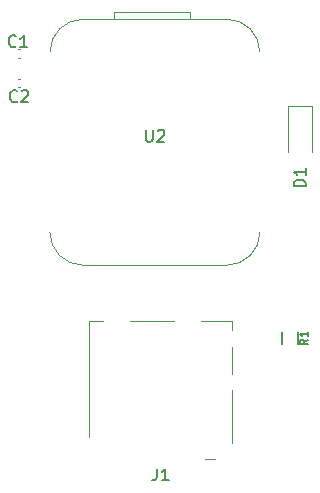
<source format=gbr>
%TF.GenerationSoftware,KiCad,Pcbnew,(6.0.7-1)-1*%
%TF.CreationDate,2022-09-20T15:59:29-07:00*%
%TF.ProjectId,sd_bt_qtpy,73645f62-745f-4717-9470-792e6b696361,rev?*%
%TF.SameCoordinates,Original*%
%TF.FileFunction,Legend,Top*%
%TF.FilePolarity,Positive*%
%FSLAX46Y46*%
G04 Gerber Fmt 4.6, Leading zero omitted, Abs format (unit mm)*
G04 Created by KiCad (PCBNEW (6.0.7-1)-1) date 2022-09-20 15:59:29*
%MOMM*%
%LPD*%
G01*
G04 APERTURE LIST*
%ADD10C,0.150000*%
%ADD11C,0.120000*%
G04 APERTURE END LIST*
D10*
%TO.C,J1*%
X162166666Y-102132380D02*
X162166666Y-102846666D01*
X162119047Y-102989523D01*
X162023809Y-103084761D01*
X161880952Y-103132380D01*
X161785714Y-103132380D01*
X163166666Y-103132380D02*
X162595238Y-103132380D01*
X162880952Y-103132380D02*
X162880952Y-102132380D01*
X162785714Y-102275238D01*
X162690476Y-102370476D01*
X162595238Y-102418095D01*
%TO.C,U2*%
X161238095Y-73452380D02*
X161238095Y-74261904D01*
X161285714Y-74357142D01*
X161333333Y-74404761D01*
X161428571Y-74452380D01*
X161619047Y-74452380D01*
X161714285Y-74404761D01*
X161761904Y-74357142D01*
X161809523Y-74261904D01*
X161809523Y-73452380D01*
X162238095Y-73547619D02*
X162285714Y-73500000D01*
X162380952Y-73452380D01*
X162619047Y-73452380D01*
X162714285Y-73500000D01*
X162761904Y-73547619D01*
X162809523Y-73642857D01*
X162809523Y-73738095D01*
X162761904Y-73880952D01*
X162190476Y-74452380D01*
X162809523Y-74452380D01*
%TO.C,D1*%
X174752380Y-78238095D02*
X173752380Y-78238095D01*
X173752380Y-78000000D01*
X173800000Y-77857142D01*
X173895238Y-77761904D01*
X173990476Y-77714285D01*
X174180952Y-77666666D01*
X174323809Y-77666666D01*
X174514285Y-77714285D01*
X174609523Y-77761904D01*
X174704761Y-77857142D01*
X174752380Y-78000000D01*
X174752380Y-78238095D01*
X174752380Y-76714285D02*
X174752380Y-77285714D01*
X174752380Y-77000000D02*
X173752380Y-77000000D01*
X173895238Y-77095238D01*
X173990476Y-77190476D01*
X174038095Y-77285714D01*
%TO.C,C2*%
X150333333Y-71017142D02*
X150285714Y-71064761D01*
X150142857Y-71112380D01*
X150047619Y-71112380D01*
X149904761Y-71064761D01*
X149809523Y-70969523D01*
X149761904Y-70874285D01*
X149714285Y-70683809D01*
X149714285Y-70540952D01*
X149761904Y-70350476D01*
X149809523Y-70255238D01*
X149904761Y-70160000D01*
X150047619Y-70112380D01*
X150142857Y-70112380D01*
X150285714Y-70160000D01*
X150333333Y-70207619D01*
X150714285Y-70207619D02*
X150761904Y-70160000D01*
X150857142Y-70112380D01*
X151095238Y-70112380D01*
X151190476Y-70160000D01*
X151238095Y-70207619D01*
X151285714Y-70302857D01*
X151285714Y-70398095D01*
X151238095Y-70540952D01*
X150666666Y-71112380D01*
X151285714Y-71112380D01*
%TO.C,R1*%
X174986666Y-91216666D02*
X174653333Y-91450000D01*
X174986666Y-91616666D02*
X174286666Y-91616666D01*
X174286666Y-91350000D01*
X174320000Y-91283333D01*
X174353333Y-91250000D01*
X174420000Y-91216666D01*
X174520000Y-91216666D01*
X174586666Y-91250000D01*
X174620000Y-91283333D01*
X174653333Y-91350000D01*
X174653333Y-91616666D01*
X174986666Y-90550000D02*
X174986666Y-90950000D01*
X174986666Y-90750000D02*
X174286666Y-90750000D01*
X174386666Y-90816666D01*
X174453333Y-90883333D01*
X174486666Y-90950000D01*
%TO.C,C1*%
X150225497Y-66357142D02*
X150177878Y-66404761D01*
X150035021Y-66452380D01*
X149939783Y-66452380D01*
X149796925Y-66404761D01*
X149701687Y-66309523D01*
X149654068Y-66214285D01*
X149606449Y-66023809D01*
X149606449Y-65880952D01*
X149654068Y-65690476D01*
X149701687Y-65595238D01*
X149796925Y-65500000D01*
X149939783Y-65452380D01*
X150035021Y-65452380D01*
X150177878Y-65500000D01*
X150225497Y-65547619D01*
X151177878Y-66452380D02*
X150606449Y-66452380D01*
X150892164Y-66452380D02*
X150892164Y-65452380D01*
X150796925Y-65595238D01*
X150701687Y-65690476D01*
X150606449Y-65738095D01*
D11*
%TO.C,J1*%
X167090000Y-101320000D02*
X166230000Y-101320000D01*
X157620000Y-89680000D02*
X156390000Y-89680000D01*
X168570000Y-94100000D02*
X168570000Y-91800000D01*
X163590000Y-89680000D02*
X159920000Y-89680000D01*
X168570000Y-90400000D02*
X168570000Y-89680000D01*
X168570000Y-99950000D02*
X168570000Y-95500000D01*
X156390000Y-89680000D02*
X156390000Y-99500000D01*
X168570000Y-89680000D02*
X165890000Y-89680000D01*
%TO.C,U2*%
X165000000Y-63500000D02*
X165000000Y-64086000D01*
X155904000Y-84914000D02*
X168096000Y-84914000D01*
X158500000Y-64086000D02*
X158500000Y-63500000D01*
X158500000Y-63500000D02*
X165000000Y-63500000D01*
X155904000Y-64086000D02*
X168096000Y-64086000D01*
X153110000Y-82120000D02*
G75*
G03*
X155904000Y-84914000I2794001J1D01*
G01*
X155904000Y-64086000D02*
G75*
G03*
X153110000Y-66880000I1J-2794001D01*
G01*
X170890000Y-66880000D02*
G75*
G03*
X168096000Y-64086000I-2794000J0D01*
G01*
X168096000Y-84914000D02*
G75*
G03*
X170890000Y-82120000I0J2794000D01*
G01*
%TO.C,D1*%
X175300000Y-71450000D02*
X175300000Y-75350000D01*
X175300000Y-71450000D02*
X173300000Y-71450000D01*
X173300000Y-71450000D02*
X173300000Y-75350000D01*
%TO.C,C2*%
X150607836Y-69140000D02*
X150392164Y-69140000D01*
X150607836Y-69860000D02*
X150392164Y-69860000D01*
D10*
%TO.C,R1*%
X172725000Y-91600000D02*
X172725000Y-90600000D01*
X174075000Y-90600000D02*
X174075000Y-91600000D01*
D11*
%TO.C,C1*%
X150607836Y-66640000D02*
X150392164Y-66640000D01*
X150607836Y-67360000D02*
X150392164Y-67360000D01*
%TD*%
M02*

</source>
